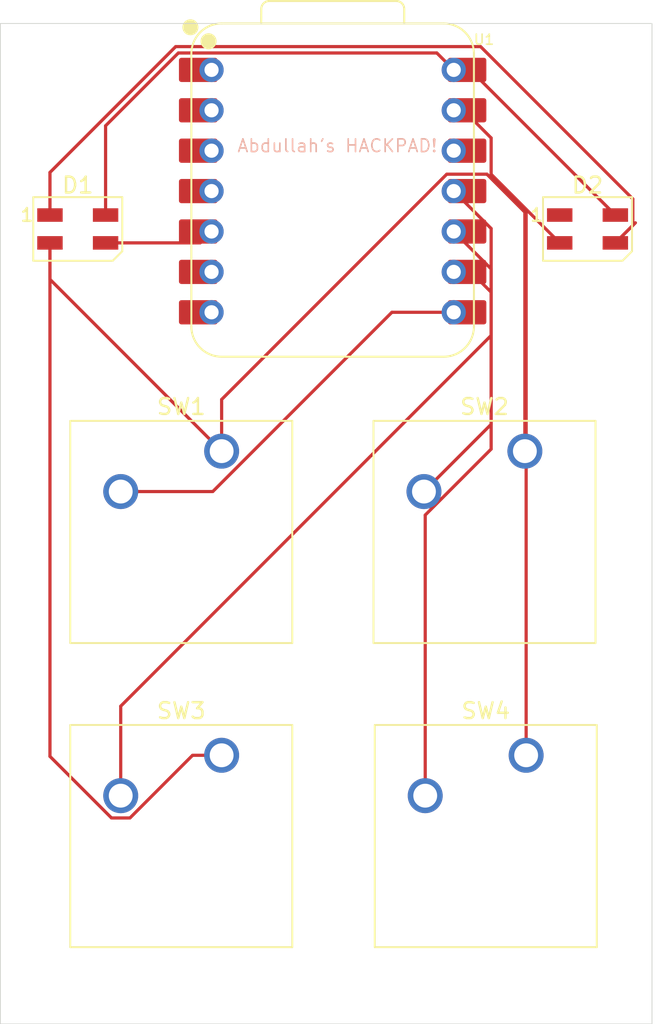
<source format=kicad_pcb>
(kicad_pcb (version 20241229) (generator "pcbnew") (generator_version "9.0")
  (layers (0 "F.Cu" signal) (2 "B.Cu" signal) (13 "F.Paste" user) (15 "B.Paste" user) (5 "F.SilkS" user "F.Silkscreen") (7 "B.SilkS" user "B.Silkscreen") (1 "F.Mask" user) (3 "B.Mask" user) (25 "Edge.Cuts" user))
  (net 0 "")
  (net 1 "Net-(D1-DOUT)")
  (net 2 "Net-(D1-DIN)")
  (net 3 "GND")
  (net 4 "+5V")
  (net 6 "Net-(U1-GPIO1{slash}RX)")
  (net 7 "Net-(U1-GPIO2{slash}SCK)")
  (footprint "Button_Switch_Keyboard:SW_Cherry_MX_1.00u_PCB" (layer "F.Cu") (at 176.48125 125.96)
    (property "Reference" "SW4" (at -2.54 -2.794 0) (layer "F.SilkS"))
    (property "Value" "SW_Push")
    (fp_line (start -9.525 -1.905) (end 4.445 -1.905) (stroke (width 0.12)) (layer "F.SilkS"))
    (fp_line (start -9.525 12.065) (end -9.525 -1.905) (stroke (width 0.12)) (layer "F.SilkS"))
    (fp_line (start 4.445 -1.905) (end 4.445 12.065) (stroke (width 0.12)) (layer "F.SilkS"))
    (fp_line (start 4.445 12.065) (end -9.525 12.065) (stroke (width 0.12)) (layer "F.SilkS"))
    (pad "" np_thru_hole circle (at -7.62 5.08) (size 1.7 1.7) (drill 1.7) (layers "*.Cu" "*.Mask"))
    (pad "" np_thru_hole circle (at -2.54 5.08) (size 4 4) (drill 4) (layers "*.Cu" "*.Mask"))
    (pad "" np_thru_hole circle (at 2.54 5.08) (size 1.7 1.7) (drill 1.7) (layers "*.Cu" "*.Mask"))
    (pad "1" thru_hole circle (at 0 0) (size 2.2 2.2) (drill 1.5) (layers "*.Cu" "*.Mask") (net 3 "GND"))
    (pad "2" thru_hole circle (at -6.35 2.54) (size 2.2 2.2) (drill 1.5) (layers "*.Cu" "*.Mask") (net 7 "Net-(U1-GPIO2{slash}SCK)"))
  )
  (footprint "Button_Switch_Keyboard:SW_Cherry_MX_1.00u_PCB" (layer "F.Cu") (at 176.40125 106.83875)
    (property "Reference" "SW2" (at -2.54 -2.794 0) (layer "F.SilkS"))
    (property "Value" "SW_Push")
    (fp_line (start -9.525 -1.905) (end 4.445 -1.905) (stroke (width 0.12)) (layer "F.SilkS"))
    (fp_line (start -9.525 12.065) (end -9.525 -1.905) (stroke (width 0.12)) (layer "F.SilkS"))
    (fp_line (start 4.445 -1.905) (end 4.445 12.065) (stroke (width 0.12)) (layer "F.SilkS"))
    (fp_line (start 4.445 12.065) (end -9.525 12.065) (stroke (width 0.12)) (layer "F.SilkS"))
    (pad "" np_thru_hole circle (at -7.62 5.08) (size 1.7 1.7) (drill 1.7) (layers "*.Cu" "*.Mask"))
    (pad "" np_thru_hole circle (at -2.54 5.08) (size 4 4) (drill 4) (layers "*.Cu" "*.Mask"))
    (pad "" np_thru_hole circle (at 2.54 5.08) (size 1.7 1.7) (drill 1.7) (layers "*.Cu" "*.Mask"))
    (pad "1" thru_hole circle (at 0 0) (size 2.2 2.2) (drill 1.5) (layers "*.Cu" "*.Mask") (net 3 "GND"))
    (pad "2" thru_hole circle (at -6.35 2.54) (size 2.2 2.2) (drill 1.5) (layers "*.Cu" "*.Mask") (net 7 "Net-(U1-GPIO2{slash}SCK)"))
  )
  (footprint "LED_SMD:LED_SK6812MINI_PLCC4_3.5x3.5mm_P1.75mm" (layer "F.Cu") (at 180.34375 92.86875)
    (property "Reference" "D2" (at 0 -2.75 0) (layer "F.SilkS"))
    (property "Value" "SK6812MINI")
    (fp_line (start -2.8 -2) (end -2.8 2) (stroke (width 0.12)) (layer "F.SilkS"))
    (fp_line (start -2.8 -2) (end 2.8 -2) (stroke (width 0.12)) (layer "F.SilkS"))
    (fp_line (start -2.8 2) (end 2.2 2) (stroke (width 0.12)) (layer "F.SilkS"))
    (fp_line (start 2.8 1.4) (end 2.2 2) (stroke (width 0.12)) (layer "F.SilkS"))
    (fp_line (start 2.8 1.4) (end 2.8 -2) (stroke (width 0.12)) (layer "F.SilkS"))
    (fp_text user "1" (at -3.2 -0.875 0) (layer "F.SilkS") (effects (font (size 0.8 0.8))))
    (pad "1" smd rect (at -1.75 -0.875) (size 1.6 0.85) (layers "F.Cu" "F.Mask" "F.Paste"))
    (pad "2" smd rect (at -1.75 0.875) (size 1.6 0.85) (layers "F.Cu" "F.Mask" "F.Paste") (net 3 "GND"))
    (pad "3" smd rect (at 1.75 0.875) (size 1.6 0.85) (layers "F.Cu" "F.Mask" "F.Paste") (net 1 "Net-(D1-DOUT)"))
    (pad "4" smd rect (at 1.75 -0.875) (size 1.6 0.85) (layers "F.Cu" "F.Mask" "F.Paste") (net 4 "+5V"))
  )
  (footprint "OPL:XIAO-RP2040-DIP" (layer "F.Cu") (at 164.30625 90.4875)
    (property "Reference" "U1" (at 9.525 -9.525 0) (layer "F.SilkS") (effects (font (size 0.635 0.635) (thickness 0.1016))))
    (property "Value" "XIAO-RP2040-DIP")
    (fp_line (start -8.89 8.509) (end -8.89 -8.636) (stroke (width 0.127)) (layer "F.SilkS"))
    (fp_line (start -6.985 10.414) (end 6.985 10.414) (stroke (width 0.127)) (layer "F.SilkS"))
    (fp_line (start -4.495 -10.541) (end -4.491272 -11.451272) (stroke (width 0.127)) (layer "F.SilkS"))
    (fp_line (start -3.991272 -11.951) (end 4.004 -11.951) (stroke (width 0.127)) (layer "F.SilkS"))
    (fp_line (start 4.504 -11.451) (end 4.504 -10.541) (stroke (width 0.127)) (layer "F.SilkS"))
    (fp_line (start 6.985 -10.541) (end -6.985 -10.541) (stroke (width 0.1)) (layer "F.SilkS"))
    (fp_line (start 6.985 -10.541) (end -6.985 -10.541) (stroke (width 0.127)) (layer "F.SilkS"))
    (fp_line (start 8.89 8.509) (end 8.89 -8.636) (stroke (width 0.127)) (layer "F.SilkS"))
    (fp_arc (start -8.89 -8.636) (mid -8.332038 -9.983038) (end -6.985 -10.541) (stroke (width 0.127)) (layer "F.SilkS"))
    (fp_arc (start -6.985 10.414) (mid -8.332038 9.856038) (end -8.89 8.509) (stroke (width 0.127)) (layer "F.SilkS"))
    (fp_arc (start -4.491272 -11.451272) (mid -4.344728 -11.80464) (end -3.991272 -11.951) (stroke (width 0.127)) (layer "F.SilkS"))
    (fp_arc (start 4.004 -11.951) (mid 4.357553 -11.804553) (end 4.504 -11.451) (stroke (width 0.127)) (layer "F.SilkS"))
    (fp_arc (start 6.985 -10.541) (mid 8.332038 -9.983038) (end 8.89 -8.636) (stroke (width 0.127)) (layer "F.SilkS"))
    (fp_arc (start 8.89 8.509) (mid 8.332038 9.856038) (end 6.985 10.414) (stroke (width 0.127)) (layer "F.SilkS"))
    (fp_circle (center -8.95 -10.3) (end -8.95 -10.554) (stroke (width 0.5)) (fill yes) (layer "F.SilkS"))
    (fp_circle (center -7.807 -9.42) (end -7.807 -9.674) (stroke (width 0.5)) (fill yes) (layer "F.SilkS"))
    (pad "1" smd roundrect (at -8.455 -7.62 180) (size 2.432 1.524) (layers "F.Cu" "F.Mask") (roundrect_rratio 0.1))
    (pad "1" thru_hole circle (at -7.62 -7.62 180) (size 1.524 1.524) (drill 0.889) (layers "*.Cu" "*.Mask"))
    (pad "2" smd roundrect (at -8.455 -5.08 180) (size 2.432 1.524) (layers "F.Cu" "F.Mask") (roundrect_rratio 0.1))
    (pad "2" thru_hole circle (at -7.62 -5.08 180) (size 1.524 1.524) (drill 0.889) (layers "*.Cu" "*.Mask"))
    (pad "3" smd roundrect (at -8.455 -2.54 180) (size 2.432 1.524) (layers "F.Cu" "F.Mask") (roundrect_rratio 0.1))
    (pad "3" thru_hole circle (at -7.62 -2.54 180) (size 1.524 1.524) (drill 0.889) (layers "*.Cu" "*.Mask"))
    (pad "4" smd roundrect (at -8.455 0 180) (size 2.432 1.524) (layers "F.Cu" "F.Mask") (roundrect_rratio 0.1))
    (pad "4" thru_hole circle (at -7.62 0 180) (size 1.524 1.524) (drill 0.889) (layers "*.Cu" "*.Mask"))
    (pad "5" smd roundrect (at -8.455 2.54 180) (size 2.432 1.524) (layers "F.Cu" "F.Mask") (roundrect_rratio 0.1) (net 2 "Net-(D1-DIN)"))
    (pad "5" thru_hole circle (at -7.62 2.54 180) (size 1.524 1.524) (drill 0.889) (layers "*.Cu" "*.Mask") (net 2 "Net-(D1-DIN)"))
    (pad "6" smd roundrect (at -8.455 5.08 180) (size 2.432 1.524) (layers "F.Cu" "F.Mask") (roundrect_rratio 0.1))
    (pad "6" thru_hole circle (at -7.62 5.08 180) (size 1.524 1.524) (drill 0.889) (layers "*.Cu" "*.Mask"))
    (pad "7" smd roundrect (at -8.455 7.62 180) (size 2.432 1.524) (layers "F.Cu" "F.Mask") (roundrect_rratio 0.1))
    (pad "7" thru_hole circle (at -7.62 7.62 180) (size 1.524 1.524) (drill 0.889) (layers "*.Cu" "*.Mask"))
    (pad "8" thru_hole circle (at 7.62 7.62) (size 1.524 1.524) (drill 0.889) (layers "*.Cu" "*.Mask") (net 6 "Net-(U1-GPIO1{slash}RX)"))
    (pad "8" smd roundrect (at 8.455 7.62) (size 2.432 1.524) (layers "F.Cu" "F.Mask") (roundrect_rratio 0.1) (net 6 "Net-(U1-GPIO1{slash}RX)"))
    (pad "9" thru_hole circle (at 7.62 5.08) (size 1.524 1.524) (drill 0.889) (layers "*.Cu" "*.Mask") (net 7 "Net-(U1-GPIO2{slash}SCK)"))
    (pad "9" smd roundrect (at 8.455 5.08) (size 2.432 1.524) (layers "F.Cu" "F.Mask") (roundrect_rratio 0.1) (net 7 "Net-(U1-GPIO2{slash}SCK)"))
    (pad "10" thru_hole circle (at 7.62 2.54) (size 1.524 1.524) (drill 0.889) (layers "*.Cu" "*.Mask") (net 7 "Net-(U1-GPIO2{slash}SCK)"))
    (pad "10" smd roundrect (at 8.455 2.54) (size 2.432 1.524) (layers "F.Cu" "F.Mask") (roundrect_rratio 0.1) (net 7 "Net-(U1-GPIO2{slash}SCK)"))
    (pad "11" thru_hole circle (at 7.62 0) (size 1.524 1.524) (drill 0.889) (layers "*.Cu" "*.Mask") (net 7 "Net-(U1-GPIO2{slash}SCK)"))
    (pad "11" smd roundrect (at 8.455 0) (size 2.432 1.524) (layers "F.Cu" "F.Mask") (roundrect_rratio 0.1) (net 7 "Net-(U1-GPIO2{slash}SCK)"))
    (pad "12" thru_hole circle (at 7.62 -2.54) (size 1.524 1.524) (drill 0.889) (layers "*.Cu" "*.Mask"))
    (pad "12" smd roundrect (at 8.455 -2.54) (size 2.432 1.524) (layers "F.Cu" "F.Mask") (roundrect_rratio 0.1))
    (pad "13" thru_hole circle (at 7.62 -5.08) (size 1.524 1.524) (drill 0.889) (layers "*.Cu" "*.Mask") (net 3 "GND"))
    (pad "13" smd roundrect (at 8.455 -5.08) (size 2.432 1.524) (layers "F.Cu" "F.Mask") (roundrect_rratio 0.1) (net 3 "GND"))
    (pad "14" thru_hole circle (at 7.62 -7.62) (size 1.524 1.524) (drill 0.889) (layers "*.Cu" "*.Mask") (net 4 "+5V"))
    (pad "14" smd roundrect (at 8.455 -7.62) (size 2.432 1.524) (layers "F.Cu" "F.Mask") (roundrect_rratio 0.1) (net 4 "+5V"))
  )
  (footprint "LED_SMD:LED_SK6812MINI_PLCC4_3.5x3.5mm_P1.75mm" (layer "F.Cu") (at 148.26875 92.86875)
    (property "Reference" "D1" (at 0 -2.75 0) (layer "F.SilkS"))
    (property "Value" "SK6812MINI")
    (fp_line (start -2.8 -2) (end -2.8 2) (stroke (width 0.12)) (layer "F.SilkS"))
    (fp_line (start -2.8 -2) (end 2.8 -2) (stroke (width 0.12)) (layer "F.SilkS"))
    (fp_line (start -2.8 2) (end 2.2 2) (stroke (width 0.12)) (layer "F.SilkS"))
    (fp_line (start 2.8 1.4) (end 2.2 2) (stroke (width 0.12)) (layer "F.SilkS"))
    (fp_line (start 2.8 1.4) (end 2.8 -2) (stroke (width 0.12)) (layer "F.SilkS"))
    (fp_text user "1" (at -3.2 -0.875 0) (layer "F.SilkS") (effects (font (size 0.8 0.8))))
    (pad "1" smd rect (at -1.75 -0.875) (size 1.6 0.85) (layers "F.Cu" "F.Mask" "F.Paste") (net 1 "Net-(D1-DOUT)"))
    (pad "2" smd rect (at -1.75 0.875) (size 1.6 0.85) (layers "F.Cu" "F.Mask" "F.Paste") (net 3 "GND"))
    (pad "3" smd rect (at 1.75 0.875) (size 1.6 0.85) (layers "F.Cu" "F.Mask" "F.Paste") (net 2 "Net-(D1-DIN)"))
    (pad "4" smd rect (at 1.75 -0.875) (size 1.6 0.85) (layers "F.Cu" "F.Mask" "F.Paste") (net 4 "+5V"))
  )
  (footprint "Button_Switch_Keyboard:SW_Cherry_MX_1.00u_PCB" (layer "F.Cu") (at 157.32125 106.83875)
    (property "Reference" "SW1" (at -2.54 -2.794 0) (layer "F.SilkS"))
    (property "Value" "SW_Push")
    (fp_line (start -9.525 -1.905) (end 4.445 -1.905) (stroke (width 0.12)) (layer "F.SilkS"))
    (fp_line (start -9.525 12.065) (end -9.525 -1.905) (stroke (width 0.12)) (layer "F.SilkS"))
    (fp_line (start 4.445 -1.905) (end 4.445 12.065) (stroke (width 0.12)) (layer "F.SilkS"))
    (fp_line (start 4.445 12.065) (end -9.525 12.065) (stroke (width 0.12)) (layer "F.SilkS"))
    (pad "" np_thru_hole circle (at -7.62 5.08) (size 1.7 1.7) (drill 1.7) (layers "*.Cu" "*.Mask"))
    (pad "" np_thru_hole circle (at -2.54 5.08) (size 4 4) (drill 4) (layers "*.Cu" "*.Mask"))
    (pad "" np_thru_hole circle (at 2.54 5.08) (size 1.7 1.7) (drill 1.7) (layers "*.Cu" "*.Mask"))
    (pad "1" thru_hole circle (at 0 0) (size 2.2 2.2) (drill 1.5) (layers "*.Cu" "*.Mask") (net 3 "GND"))
    (pad "2" thru_hole circle (at -6.35 2.54) (size 2.2 2.2) (drill 1.5) (layers "*.Cu" "*.Mask") (net 6 "Net-(U1-GPIO1{slash}RX)"))
  )
  (footprint "Button_Switch_Keyboard:SW_Cherry_MX_1.00u_PCB" (layer "F.Cu") (at 157.32125 125.96)
    (property "Reference" "SW3" (at -2.54 -2.794 0) (layer "F.SilkS"))
    (property "Value" "SW_Push")
    (fp_line (start -9.525 -1.905) (end 4.445 -1.905) (stroke (width 0.12)) (layer "F.SilkS"))
    (fp_line (start -9.525 12.065) (end -9.525 -1.905) (stroke (width 0.12)) (layer "F.SilkS"))
    (fp_line (start 4.445 -1.905) (end 4.445 12.065) (stroke (width 0.12)) (layer "F.SilkS"))
    (fp_line (start 4.445 12.065) (end -9.525 12.065) (stroke (width 0.12)) (layer "F.SilkS"))
    (pad "" np_thru_hole circle (at -7.62 5.08) (size 1.7 1.7) (drill 1.7) (layers "*.Cu" "*.Mask"))
    (pad "" np_thru_hole circle (at -2.54 5.08) (size 4 4) (drill 4) (layers "*.Cu" "*.Mask"))
    (pad "" np_thru_hole circle (at 2.54 5.08) (size 1.7 1.7) (drill 1.7) (layers "*.Cu" "*.Mask"))
    (pad "1" thru_hole circle (at 0 0) (size 2.2 2.2) (drill 1.5) (layers "*.Cu" "*.Mask") (net 3 "GND"))
    (pad "2" thru_hole circle (at -6.35 2.54) (size 2.2 2.2) (drill 1.5) (layers "*.Cu" "*.Mask") (net 7 "Net-(U1-GPIO2{slash}SCK)"))
  )
  (gr_rect (start 143.4 79.95) (end 184.4 142.85) (stroke (width 0.05)) (fill no) (layer "Edge.Cuts"))
  (gr_text "Abdullah's HACKPAD!" (at 158.25 88.10625 0) (layer "B.SilkS") (effects (font (size 0.8 0.8) (thickness 0.1) (bold yes)) (justify left bottom)))
  (segment (start 183.35625 92.48125) (end 182.09375 93.74375) (width 0.2) (layer "F.Cu") (net 1))
  (segment (start 154.429524 81.4035) (end 173.615876 81.4035) (width 0.2) (layer "F.Cu") (net 1))
  (segment (start 173.615876 81.4035) (end 183.19475 90.982374) (width 0.2) (layer "F.Cu") (net 1))
  (segment (start 146.51875 89.314274) (end 154.429524 81.4035) (width 0.2) (layer "F.Cu") (net 1))
  (segment (start 183.19475 90.982374) (end 183.19475 92.64275) (width 0.2) (layer "F.Cu") (net 1))
  (segment (start 146.51875 91.99375) (end 146.51875 89.314274) (width 0.2) (layer "F.Cu") (net 1))
  (segment (start 183.19475 92.64275) (end 182.09375 93.74375) (width 0.2) (layer "F.Cu") (net 1))
  (segment (start 150.01875 93.74375) (end 155.97 93.74375) (width 0.2) (layer "F.Cu") (net 2))
  (segment (start 155.97 93.74375) (end 156.68625 93.0275) (width 0.2) (layer "F.Cu") (net 2))
  (segment (start 157.32125 125.96) (end 155.492564 125.96) (width 0.2) (layer "F.Cu") (net 3))
  (segment (start 172.539876 85.4075) (end 171.92625 85.4075) (width 0.2) (layer "F.Cu") (net 3))
  (segment (start 157.32125 103.58919) (end 157.32125 106.83875) (width 0.2) (layer "F.Cu") (net 3))
  (segment (start 176.48125 91.888874) (end 174.016876 89.4245) (width 0.2) (layer "F.Cu") (net 3))
  (segment (start 176.40125 106.83875) (end 176.40125 91.808874) (width 0.2) (layer "F.Cu") (net 3))
  (segment (start 176.40125 91.808874) (end 174.016876 89.4245) (width 0.2) (layer "F.Cu") (net 3))
  (segment (start 176.48125 125.96) (end 176.48125 91.888874) (width 0.2) (layer "F.Cu") (net 3))
  (segment (start 174.27825 89.42825) (end 174.27825 87.145874) (width 0.2) (layer "F.Cu") (net 3))
  (segment (start 157.32125 106.83875) (end 146.51875 96.03625) (width 0.2) (layer "F.Cu") (net 3))
  (segment (start 150.390936 129.901) (end 146.51875 126.028814) (width 0.2) (layer "F.Cu") (net 3))
  (segment (start 171.48594 89.4245) (end 157.32125 103.58919) (width 0.2) (layer "F.Cu") (net 3))
  (segment (start 178.59375 93.74375) (end 174.27825 89.42825) (width 0.2) (layer "F.Cu") (net 3))
  (segment (start 151.551564 129.901) (end 150.390936 129.901) (width 0.2) (layer "F.Cu") (net 3))
  (segment (start 174.27825 87.145874) (end 172.539876 85.4075) (width 0.2) (layer "F.Cu") (net 3))
  (segment (start 146.51875 96.03625) (end 146.51875 93.74375) (width 0.2) (layer "F.Cu") (net 3))
  (segment (start 146.51875 126.028814) (end 146.51875 93.74375) (width 0.2) (layer "F.Cu") (net 3))
  (segment (start 176.40125 106.9675) (end 176.2125 107.15625) (width 0.2) (layer "F.Cu") (net 3))
  (segment (start 155.492564 125.96) (end 151.551564 129.901) (width 0.2) (layer "F.Cu") (net 3))
  (segment (start 174.016876 89.4245) (end 171.48594 89.4245) (width 0.2) (layer "F.Cu") (net 3))
  (segment (start 182.09375 91.99375) (end 172.9675 82.8675) (width 0.2) (layer "F.Cu") (net 4))
  (segment (start 170.86325 81.8045) (end 171.92625 82.8675) (width 0.2) (layer "F.Cu") (net 4))
  (segment (start 172.9675 82.8675) (end 171.92625 82.8675) (width 0.2) (layer "F.Cu") (net 4))
  (segment (start 150.01875 86.381374) (end 154.595624 81.8045) (width 0.2) (layer "F.Cu") (net 4))
  (segment (start 150.01875 91.99375) (end 150.01875 86.381374) (width 0.2) (layer "F.Cu") (net 4))
  (segment (start 154.595624 81.8045) (end 170.86325 81.8045) (width 0.2) (layer "F.Cu") (net 4))
  (segment (start 150.97125 109.37875) (end 156.762564 109.37875) (width 0.2) (layer "F.Cu") (net 6))
  (segment (start 156.762564 109.37875) (end 168.033814 98.1075) (width 0.2) (layer "F.Cu") (net 6))
  (segment (start 168.033814 98.1075) (end 171.92625 98.1075) (width 0.2) (layer "F.Cu") (net 6))
  (segment (start 170.13125 110.85625) (end 174.27825 106.70925) (width 0.2) (layer "F.Cu") (net 7))
  (segment (start 150.97125 128.5) (end 150.97125 122.8725) (width 0.2) (layer "F.Cu") (net 7))
  (segment (start 174.27825 106.70925) (end 174.27825 92.8395) (width 0.2) (layer "F.Cu") (net 7))
  (segment (start 174.27825 92.8395) (end 171.92625 90.4875) (width 0.2) (layer "F.Cu") (net 7))
  (segment (start 174.27825 105.15175) (end 174.27825 96.84187) (width 0.2) (layer "F.Cu") (net 7))
  (segment (start 170.05125 109.37875) (end 174.27825 105.15175) (width 0.2) (layer "F.Cu") (net 7))
  (segment (start 170.13125 128.5) (end 170.13125 110.85625) (width 0.2) (layer "F.Cu") (net 7))
  (segment (start 174.27825 96.84187) (end 173.00388 95.5675) (width 0.2) (layer "F.Cu") (net 7))
  (segment (start 174.27825 99.5655) (end 174.27825 95.3795) (width 0.2) (layer "F.Cu") (net 7))
  (segment (start 150.97125 122.8725) (end 174.27825 99.5655) (width 0.2) (layer "F.Cu") (net 7))
  (segment (start 174.27825 95.3795) (end 171.92625 93.0275) (width 0.2) (layer "F.Cu") (net 7))
  (segment (start 173.00388 95.5675) (end 171.92625 95.5675) (width 0.2) (layer "F.Cu") (net 7))
)
</source>
